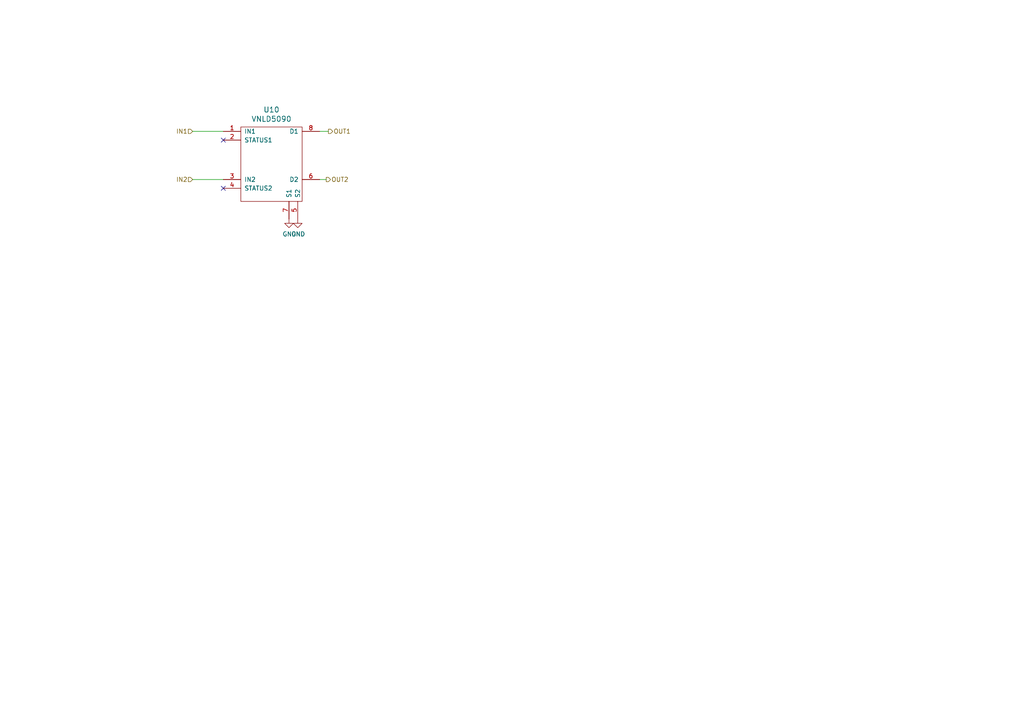
<source format=kicad_sch>
(kicad_sch (version 20211123) (generator eeschema)
  (paper "A4")
  (title_block (title "microRusEFI-2L") (date "2023-04-02") (rev "R0.6.1rc") (company "rusEFI.com") (comment 1 "Donald Becker") (comment 2 "AI6OD") (comment 3 "by JRD McLAREN"))
  (lib_symbols
    (symbol "power:GND" (power) (pin_names (offset 0))
      (property "Value" "GND" (at 0 -3.81 0))
      (symbol "GND_0_1"
        (polyline (pts (xy 0 0) (xy 0 -1.27) (xy 1.27 -1.27) (xy 0 -2.54) (xy -1.27 -1.27) (xy 0 -1.27)))
      )
      (symbol "GND_1_1"
        (pin power_in line (at 0 0 270) (length 0) hide (name "GND") (number "1"))
      )
    )
    (symbol "vnld5090:VNLD5090" (pin_names (offset 1.016))
      (property "Reference" "U" (at -6.35 12.7 0))
      (property "Value" "VNLD5090" (at -2.54 -11.43 0))
      (symbol "VNLD5090_0_1"
        (rectangle (start -8.89 11.43) (end 8.89 -10.16))
      )
      (symbol "VNLD5090_1_1"
        (pin input line (at -13.97 10.16 0) (length 5.08) (name "IN1") (number "1"))
        (pin open_collector line (at -13.97 7.62 0) (length 5.08) (name "STATUS1") (number "2"))
        (pin input line (at -13.97 -3.81 0) (length 5.08) (name "IN2") (number "3"))
        (pin open_collector line (at -13.97 -6.35 0) (length 5.08) (name "STATUS2") (number "4"))
        (pin power_in line (at 7.62 -15.24 90) (length 5.08) (name "S2") (number "5"))
        (pin power_out line (at 13.97 -3.81 180) (length 5.08) (name "D2") (number "6"))
        (pin power_in line (at 5.08 -15.24 90) (length 5.08) (name "S1") (number "7"))
        (pin power_out line (at 13.97 10.16 180) (length 5.08) (name "D1") (number "8"))
      )
    )
  )
  (no_connect (at 64.77 54.61))
  (no_connect (at 64.77 40.64))
  (wire (pts (xy 92.71 52.07) (xy 94.615 52.07)))
  (wire (pts (xy 55.88 38.1) (xy 64.77 38.1)))
  (wire (pts (xy 55.88 52.07) (xy 64.77 52.07)))
  (wire (pts (xy 92.71 38.1) (xy 95.25 38.1)))
  (hierarchical_label "IN2" (shape input) (at 55.88 52.07 180))
  (hierarchical_label "OUT1" (shape output) (at 95.25 38.1 0))
  (hierarchical_label "IN1" (shape input) (at 55.88 38.1 180))
  (hierarchical_label "OUT2" (shape output) (at 94.615 52.07 0))
  (symbol (lib_id "vnld5090:VNLD5090") (at 78.74 48.26 0) (unit 1)
    (property "Reference" "U10" (at 78.74 31.8262 0) (effects (font (size 1.524 1.524))))
    (property "Value" "VNLD5090" (at 78.74 34.5186 0) (effects (font (size 1.524 1.524))))
    (property "Footprint" "Package_SO:SO-8_3.9x4.9mm_P1.27mm" (effects hide))
    (property "MFG,MFG#" "ST,VNLD5090TR-E" (effects hide))
    (property "Vend1,Vend1#" "DIGI,497-14323-1-ND" (effects hide))
    (property "LCSC" "C377942" (effects hide))
  )
  (symbol (lib_id "power:GND") (at 83.82 63.5 0) (unit 1)
    (property "Reference" "#PWR036" (effects hide))
    (property "Value" "GND" (at 83.947 67.8942 0))
  )
  (symbol (lib_id "power:GND") (at 86.36 63.5 0) (unit 1)
    (property "Reference" "#PWR037" (effects hide))
    (property "Value" "GND" (at 86.487 67.8942 0))
  )
)
</source>
